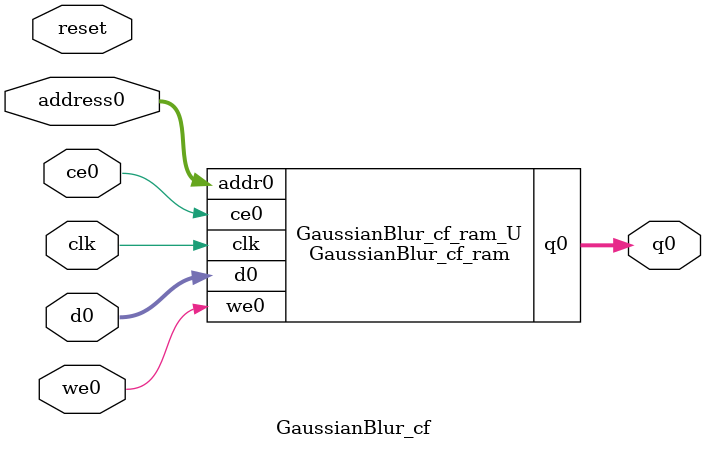
<source format=v>
`timescale 1 ns / 1 ps
module GaussianBlur_cf_ram (addr0, ce0, d0, we0, q0,  clk);

parameter DWIDTH = 32;
parameter AWIDTH = 2;
parameter MEM_SIZE = 3;

input[AWIDTH-1:0] addr0;
input ce0;
input[DWIDTH-1:0] d0;
input we0;
output reg[DWIDTH-1:0] q0;
input clk;

(* ram_style = "distributed" *)reg [DWIDTH-1:0] ram[0:MEM_SIZE-1];




always @(posedge clk)  
begin 
    if (ce0) begin
        if (we0) 
            ram[addr0] <= d0; 
        q0 <= ram[addr0];
    end
end


endmodule

`timescale 1 ns / 1 ps
module GaussianBlur_cf(
    reset,
    clk,
    address0,
    ce0,
    we0,
    d0,
    q0);

parameter DataWidth = 32'd32;
parameter AddressRange = 32'd3;
parameter AddressWidth = 32'd2;
input reset;
input clk;
input[AddressWidth - 1:0] address0;
input ce0;
input we0;
input[DataWidth - 1:0] d0;
output[DataWidth - 1:0] q0;



GaussianBlur_cf_ram GaussianBlur_cf_ram_U(
    .clk( clk ),
    .addr0( address0 ),
    .ce0( ce0 ),
    .we0( we0 ),
    .d0( d0 ),
    .q0( q0 ));

endmodule















































































</source>
